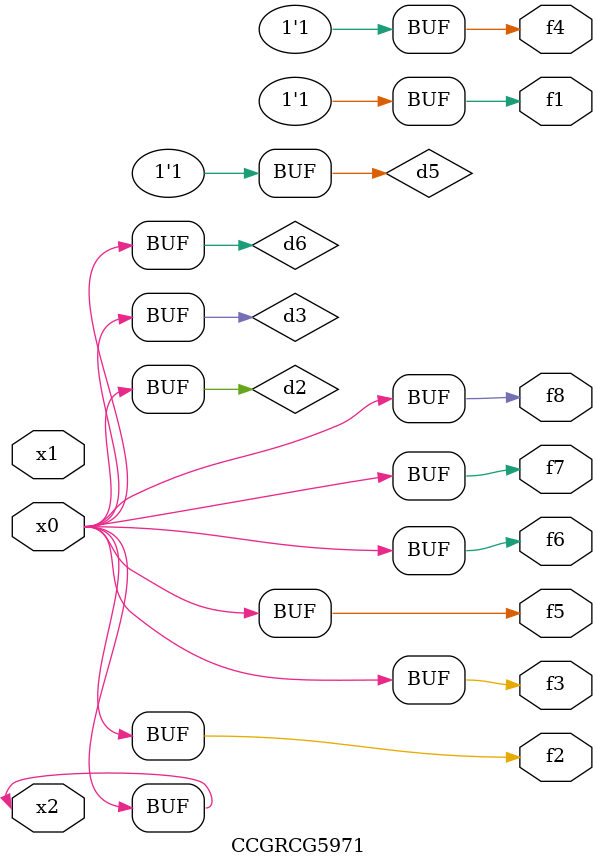
<source format=v>
module CCGRCG5971(
	input x0, x1, x2,
	output f1, f2, f3, f4, f5, f6, f7, f8
);

	wire d1, d2, d3, d4, d5, d6;

	xnor (d1, x2);
	buf (d2, x0, x2);
	and (d3, x0);
	xnor (d4, x1, x2);
	nand (d5, d1, d3);
	buf (d6, d2, d3);
	assign f1 = d5;
	assign f2 = d6;
	assign f3 = d6;
	assign f4 = d5;
	assign f5 = d6;
	assign f6 = d6;
	assign f7 = d6;
	assign f8 = d6;
endmodule

</source>
